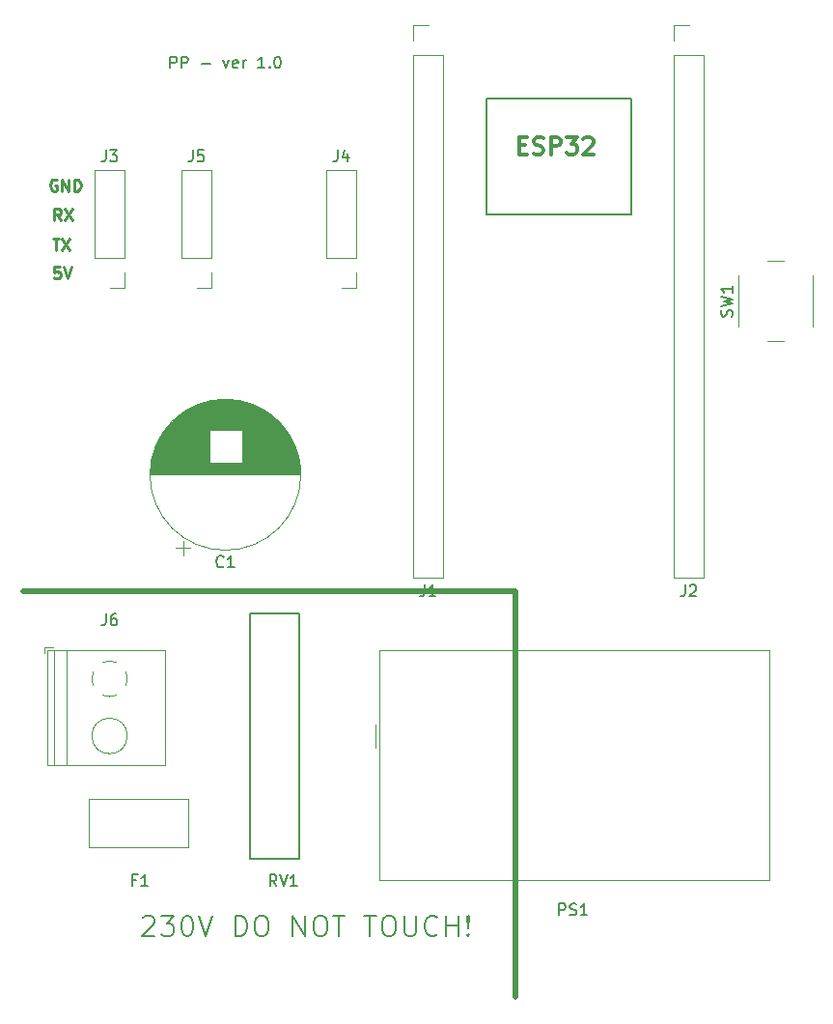
<source format=gbr>
%TF.GenerationSoftware,KiCad,Pcbnew,7.0.2*%
%TF.CreationDate,2023-04-25T22:23:20+02:00*%
%TF.ProjectId,em_schematic,656d5f73-6368-4656-9d61-7469632e6b69,rev?*%
%TF.SameCoordinates,Original*%
%TF.FileFunction,Legend,Top*%
%TF.FilePolarity,Positive*%
%FSLAX46Y46*%
G04 Gerber Fmt 4.6, Leading zero omitted, Abs format (unit mm)*
G04 Created by KiCad (PCBNEW 7.0.2) date 2023-04-25 22:23:20*
%MOMM*%
%LPD*%
G01*
G04 APERTURE LIST*
%ADD10C,0.200000*%
%ADD11C,0.500000*%
%ADD12C,0.250000*%
%ADD13C,0.300000*%
%ADD14C,0.150000*%
%ADD15C,0.120000*%
G04 APERTURE END LIST*
D10*
X132080000Y-78740000D02*
X144780000Y-78740000D01*
X144780000Y-88900000D01*
X132080000Y-88900000D01*
X132080000Y-78740000D01*
D11*
X91440000Y-121920000D02*
X134620000Y-121920000D01*
X134620000Y-121920000D02*
X134620000Y-157480000D01*
D12*
X94789523Y-89406674D02*
X94456190Y-88930483D01*
X94218095Y-89406674D02*
X94218095Y-88406674D01*
X94218095Y-88406674D02*
X94599047Y-88406674D01*
X94599047Y-88406674D02*
X94694285Y-88454293D01*
X94694285Y-88454293D02*
X94741904Y-88501912D01*
X94741904Y-88501912D02*
X94789523Y-88597150D01*
X94789523Y-88597150D02*
X94789523Y-88740007D01*
X94789523Y-88740007D02*
X94741904Y-88835245D01*
X94741904Y-88835245D02*
X94694285Y-88882864D01*
X94694285Y-88882864D02*
X94599047Y-88930483D01*
X94599047Y-88930483D02*
X94218095Y-88930483D01*
X95122857Y-88406674D02*
X95789523Y-89406674D01*
X95789523Y-88406674D02*
X95122857Y-89406674D01*
D13*
X134977142Y-82850714D02*
X135477142Y-82850714D01*
X135691428Y-83636428D02*
X134977142Y-83636428D01*
X134977142Y-83636428D02*
X134977142Y-82136428D01*
X134977142Y-82136428D02*
X135691428Y-82136428D01*
X136262857Y-83565000D02*
X136477143Y-83636428D01*
X136477143Y-83636428D02*
X136834285Y-83636428D01*
X136834285Y-83636428D02*
X136977143Y-83565000D01*
X136977143Y-83565000D02*
X137048571Y-83493571D01*
X137048571Y-83493571D02*
X137120000Y-83350714D01*
X137120000Y-83350714D02*
X137120000Y-83207857D01*
X137120000Y-83207857D02*
X137048571Y-83065000D01*
X137048571Y-83065000D02*
X136977143Y-82993571D01*
X136977143Y-82993571D02*
X136834285Y-82922142D01*
X136834285Y-82922142D02*
X136548571Y-82850714D01*
X136548571Y-82850714D02*
X136405714Y-82779285D01*
X136405714Y-82779285D02*
X136334285Y-82707857D01*
X136334285Y-82707857D02*
X136262857Y-82565000D01*
X136262857Y-82565000D02*
X136262857Y-82422142D01*
X136262857Y-82422142D02*
X136334285Y-82279285D01*
X136334285Y-82279285D02*
X136405714Y-82207857D01*
X136405714Y-82207857D02*
X136548571Y-82136428D01*
X136548571Y-82136428D02*
X136905714Y-82136428D01*
X136905714Y-82136428D02*
X137120000Y-82207857D01*
X137762856Y-83636428D02*
X137762856Y-82136428D01*
X137762856Y-82136428D02*
X138334285Y-82136428D01*
X138334285Y-82136428D02*
X138477142Y-82207857D01*
X138477142Y-82207857D02*
X138548571Y-82279285D01*
X138548571Y-82279285D02*
X138619999Y-82422142D01*
X138619999Y-82422142D02*
X138619999Y-82636428D01*
X138619999Y-82636428D02*
X138548571Y-82779285D01*
X138548571Y-82779285D02*
X138477142Y-82850714D01*
X138477142Y-82850714D02*
X138334285Y-82922142D01*
X138334285Y-82922142D02*
X137762856Y-82922142D01*
X139119999Y-82136428D02*
X140048571Y-82136428D01*
X140048571Y-82136428D02*
X139548571Y-82707857D01*
X139548571Y-82707857D02*
X139762856Y-82707857D01*
X139762856Y-82707857D02*
X139905714Y-82779285D01*
X139905714Y-82779285D02*
X139977142Y-82850714D01*
X139977142Y-82850714D02*
X140048571Y-82993571D01*
X140048571Y-82993571D02*
X140048571Y-83350714D01*
X140048571Y-83350714D02*
X139977142Y-83493571D01*
X139977142Y-83493571D02*
X139905714Y-83565000D01*
X139905714Y-83565000D02*
X139762856Y-83636428D01*
X139762856Y-83636428D02*
X139334285Y-83636428D01*
X139334285Y-83636428D02*
X139191428Y-83565000D01*
X139191428Y-83565000D02*
X139119999Y-83493571D01*
X140619999Y-82279285D02*
X140691427Y-82207857D01*
X140691427Y-82207857D02*
X140834285Y-82136428D01*
X140834285Y-82136428D02*
X141191427Y-82136428D01*
X141191427Y-82136428D02*
X141334285Y-82207857D01*
X141334285Y-82207857D02*
X141405713Y-82279285D01*
X141405713Y-82279285D02*
X141477142Y-82422142D01*
X141477142Y-82422142D02*
X141477142Y-82565000D01*
X141477142Y-82565000D02*
X141405713Y-82779285D01*
X141405713Y-82779285D02*
X140548570Y-83636428D01*
X140548570Y-83636428D02*
X141477142Y-83636428D01*
D12*
X94694285Y-93530186D02*
X94218095Y-93530186D01*
X94218095Y-93530186D02*
X94170476Y-94006376D01*
X94170476Y-94006376D02*
X94218095Y-93958757D01*
X94218095Y-93958757D02*
X94313333Y-93911138D01*
X94313333Y-93911138D02*
X94551428Y-93911138D01*
X94551428Y-93911138D02*
X94646666Y-93958757D01*
X94646666Y-93958757D02*
X94694285Y-94006376D01*
X94694285Y-94006376D02*
X94741904Y-94101614D01*
X94741904Y-94101614D02*
X94741904Y-94339709D01*
X94741904Y-94339709D02*
X94694285Y-94434947D01*
X94694285Y-94434947D02*
X94646666Y-94482567D01*
X94646666Y-94482567D02*
X94551428Y-94530186D01*
X94551428Y-94530186D02*
X94313333Y-94530186D01*
X94313333Y-94530186D02*
X94218095Y-94482567D01*
X94218095Y-94482567D02*
X94170476Y-94434947D01*
X95027619Y-93530186D02*
X95360952Y-94530186D01*
X95360952Y-94530186D02*
X95694285Y-93530186D01*
D10*
X101942857Y-150551142D02*
X102028571Y-150465428D01*
X102028571Y-150465428D02*
X102200000Y-150379714D01*
X102200000Y-150379714D02*
X102628571Y-150379714D01*
X102628571Y-150379714D02*
X102800000Y-150465428D01*
X102800000Y-150465428D02*
X102885714Y-150551142D01*
X102885714Y-150551142D02*
X102971428Y-150722571D01*
X102971428Y-150722571D02*
X102971428Y-150894000D01*
X102971428Y-150894000D02*
X102885714Y-151151142D01*
X102885714Y-151151142D02*
X101857142Y-152179714D01*
X101857142Y-152179714D02*
X102971428Y-152179714D01*
X103571428Y-150379714D02*
X104685714Y-150379714D01*
X104685714Y-150379714D02*
X104085714Y-151065428D01*
X104085714Y-151065428D02*
X104342857Y-151065428D01*
X104342857Y-151065428D02*
X104514286Y-151151142D01*
X104514286Y-151151142D02*
X104600000Y-151236857D01*
X104600000Y-151236857D02*
X104685714Y-151408285D01*
X104685714Y-151408285D02*
X104685714Y-151836857D01*
X104685714Y-151836857D02*
X104600000Y-152008285D01*
X104600000Y-152008285D02*
X104514286Y-152094000D01*
X104514286Y-152094000D02*
X104342857Y-152179714D01*
X104342857Y-152179714D02*
X103828571Y-152179714D01*
X103828571Y-152179714D02*
X103657143Y-152094000D01*
X103657143Y-152094000D02*
X103571428Y-152008285D01*
X105800000Y-150379714D02*
X105971429Y-150379714D01*
X105971429Y-150379714D02*
X106142857Y-150465428D01*
X106142857Y-150465428D02*
X106228572Y-150551142D01*
X106228572Y-150551142D02*
X106314286Y-150722571D01*
X106314286Y-150722571D02*
X106400000Y-151065428D01*
X106400000Y-151065428D02*
X106400000Y-151494000D01*
X106400000Y-151494000D02*
X106314286Y-151836857D01*
X106314286Y-151836857D02*
X106228572Y-152008285D01*
X106228572Y-152008285D02*
X106142857Y-152094000D01*
X106142857Y-152094000D02*
X105971429Y-152179714D01*
X105971429Y-152179714D02*
X105800000Y-152179714D01*
X105800000Y-152179714D02*
X105628572Y-152094000D01*
X105628572Y-152094000D02*
X105542857Y-152008285D01*
X105542857Y-152008285D02*
X105457143Y-151836857D01*
X105457143Y-151836857D02*
X105371429Y-151494000D01*
X105371429Y-151494000D02*
X105371429Y-151065428D01*
X105371429Y-151065428D02*
X105457143Y-150722571D01*
X105457143Y-150722571D02*
X105542857Y-150551142D01*
X105542857Y-150551142D02*
X105628572Y-150465428D01*
X105628572Y-150465428D02*
X105800000Y-150379714D01*
X106914286Y-150379714D02*
X107514286Y-152179714D01*
X107514286Y-152179714D02*
X108114286Y-150379714D01*
X110085715Y-152179714D02*
X110085715Y-150379714D01*
X110085715Y-150379714D02*
X110514286Y-150379714D01*
X110514286Y-150379714D02*
X110771429Y-150465428D01*
X110771429Y-150465428D02*
X110942858Y-150636857D01*
X110942858Y-150636857D02*
X111028572Y-150808285D01*
X111028572Y-150808285D02*
X111114286Y-151151142D01*
X111114286Y-151151142D02*
X111114286Y-151408285D01*
X111114286Y-151408285D02*
X111028572Y-151751142D01*
X111028572Y-151751142D02*
X110942858Y-151922571D01*
X110942858Y-151922571D02*
X110771429Y-152094000D01*
X110771429Y-152094000D02*
X110514286Y-152179714D01*
X110514286Y-152179714D02*
X110085715Y-152179714D01*
X112228572Y-150379714D02*
X112571429Y-150379714D01*
X112571429Y-150379714D02*
X112742858Y-150465428D01*
X112742858Y-150465428D02*
X112914286Y-150636857D01*
X112914286Y-150636857D02*
X113000001Y-150979714D01*
X113000001Y-150979714D02*
X113000001Y-151579714D01*
X113000001Y-151579714D02*
X112914286Y-151922571D01*
X112914286Y-151922571D02*
X112742858Y-152094000D01*
X112742858Y-152094000D02*
X112571429Y-152179714D01*
X112571429Y-152179714D02*
X112228572Y-152179714D01*
X112228572Y-152179714D02*
X112057144Y-152094000D01*
X112057144Y-152094000D02*
X111885715Y-151922571D01*
X111885715Y-151922571D02*
X111800001Y-151579714D01*
X111800001Y-151579714D02*
X111800001Y-150979714D01*
X111800001Y-150979714D02*
X111885715Y-150636857D01*
X111885715Y-150636857D02*
X112057144Y-150465428D01*
X112057144Y-150465428D02*
X112228572Y-150379714D01*
X115142858Y-152179714D02*
X115142858Y-150379714D01*
X115142858Y-150379714D02*
X116171429Y-152179714D01*
X116171429Y-152179714D02*
X116171429Y-150379714D01*
X117371429Y-150379714D02*
X117714286Y-150379714D01*
X117714286Y-150379714D02*
X117885715Y-150465428D01*
X117885715Y-150465428D02*
X118057143Y-150636857D01*
X118057143Y-150636857D02*
X118142858Y-150979714D01*
X118142858Y-150979714D02*
X118142858Y-151579714D01*
X118142858Y-151579714D02*
X118057143Y-151922571D01*
X118057143Y-151922571D02*
X117885715Y-152094000D01*
X117885715Y-152094000D02*
X117714286Y-152179714D01*
X117714286Y-152179714D02*
X117371429Y-152179714D01*
X117371429Y-152179714D02*
X117200001Y-152094000D01*
X117200001Y-152094000D02*
X117028572Y-151922571D01*
X117028572Y-151922571D02*
X116942858Y-151579714D01*
X116942858Y-151579714D02*
X116942858Y-150979714D01*
X116942858Y-150979714D02*
X117028572Y-150636857D01*
X117028572Y-150636857D02*
X117200001Y-150465428D01*
X117200001Y-150465428D02*
X117371429Y-150379714D01*
X118657143Y-150379714D02*
X119685715Y-150379714D01*
X119171429Y-152179714D02*
X119171429Y-150379714D01*
X121400001Y-150379714D02*
X122428573Y-150379714D01*
X121914287Y-152179714D02*
X121914287Y-150379714D01*
X123371430Y-150379714D02*
X123714287Y-150379714D01*
X123714287Y-150379714D02*
X123885716Y-150465428D01*
X123885716Y-150465428D02*
X124057144Y-150636857D01*
X124057144Y-150636857D02*
X124142859Y-150979714D01*
X124142859Y-150979714D02*
X124142859Y-151579714D01*
X124142859Y-151579714D02*
X124057144Y-151922571D01*
X124057144Y-151922571D02*
X123885716Y-152094000D01*
X123885716Y-152094000D02*
X123714287Y-152179714D01*
X123714287Y-152179714D02*
X123371430Y-152179714D01*
X123371430Y-152179714D02*
X123200002Y-152094000D01*
X123200002Y-152094000D02*
X123028573Y-151922571D01*
X123028573Y-151922571D02*
X122942859Y-151579714D01*
X122942859Y-151579714D02*
X122942859Y-150979714D01*
X122942859Y-150979714D02*
X123028573Y-150636857D01*
X123028573Y-150636857D02*
X123200002Y-150465428D01*
X123200002Y-150465428D02*
X123371430Y-150379714D01*
X124914287Y-150379714D02*
X124914287Y-151836857D01*
X124914287Y-151836857D02*
X125000001Y-152008285D01*
X125000001Y-152008285D02*
X125085716Y-152094000D01*
X125085716Y-152094000D02*
X125257144Y-152179714D01*
X125257144Y-152179714D02*
X125600001Y-152179714D01*
X125600001Y-152179714D02*
X125771430Y-152094000D01*
X125771430Y-152094000D02*
X125857144Y-152008285D01*
X125857144Y-152008285D02*
X125942858Y-151836857D01*
X125942858Y-151836857D02*
X125942858Y-150379714D01*
X127828572Y-152008285D02*
X127742858Y-152094000D01*
X127742858Y-152094000D02*
X127485715Y-152179714D01*
X127485715Y-152179714D02*
X127314287Y-152179714D01*
X127314287Y-152179714D02*
X127057144Y-152094000D01*
X127057144Y-152094000D02*
X126885715Y-151922571D01*
X126885715Y-151922571D02*
X126800001Y-151751142D01*
X126800001Y-151751142D02*
X126714287Y-151408285D01*
X126714287Y-151408285D02*
X126714287Y-151151142D01*
X126714287Y-151151142D02*
X126800001Y-150808285D01*
X126800001Y-150808285D02*
X126885715Y-150636857D01*
X126885715Y-150636857D02*
X127057144Y-150465428D01*
X127057144Y-150465428D02*
X127314287Y-150379714D01*
X127314287Y-150379714D02*
X127485715Y-150379714D01*
X127485715Y-150379714D02*
X127742858Y-150465428D01*
X127742858Y-150465428D02*
X127828572Y-150551142D01*
X128600001Y-152179714D02*
X128600001Y-150379714D01*
X128600001Y-151236857D02*
X129628572Y-151236857D01*
X129628572Y-152179714D02*
X129628572Y-150379714D01*
X130485715Y-152008285D02*
X130571429Y-152094000D01*
X130571429Y-152094000D02*
X130485715Y-152179714D01*
X130485715Y-152179714D02*
X130400001Y-152094000D01*
X130400001Y-152094000D02*
X130485715Y-152008285D01*
X130485715Y-152008285D02*
X130485715Y-152179714D01*
X130485715Y-151494000D02*
X130400001Y-150465428D01*
X130400001Y-150465428D02*
X130485715Y-150379714D01*
X130485715Y-150379714D02*
X130571429Y-150465428D01*
X130571429Y-150465428D02*
X130485715Y-151494000D01*
X130485715Y-151494000D02*
X130485715Y-150379714D01*
D14*
X104378095Y-76077619D02*
X104378095Y-75077619D01*
X104378095Y-75077619D02*
X104759047Y-75077619D01*
X104759047Y-75077619D02*
X104854285Y-75125238D01*
X104854285Y-75125238D02*
X104901904Y-75172857D01*
X104901904Y-75172857D02*
X104949523Y-75268095D01*
X104949523Y-75268095D02*
X104949523Y-75410952D01*
X104949523Y-75410952D02*
X104901904Y-75506190D01*
X104901904Y-75506190D02*
X104854285Y-75553809D01*
X104854285Y-75553809D02*
X104759047Y-75601428D01*
X104759047Y-75601428D02*
X104378095Y-75601428D01*
X105378095Y-76077619D02*
X105378095Y-75077619D01*
X105378095Y-75077619D02*
X105759047Y-75077619D01*
X105759047Y-75077619D02*
X105854285Y-75125238D01*
X105854285Y-75125238D02*
X105901904Y-75172857D01*
X105901904Y-75172857D02*
X105949523Y-75268095D01*
X105949523Y-75268095D02*
X105949523Y-75410952D01*
X105949523Y-75410952D02*
X105901904Y-75506190D01*
X105901904Y-75506190D02*
X105854285Y-75553809D01*
X105854285Y-75553809D02*
X105759047Y-75601428D01*
X105759047Y-75601428D02*
X105378095Y-75601428D01*
X107140000Y-75696666D02*
X107901905Y-75696666D01*
X109044762Y-75410952D02*
X109282857Y-76077619D01*
X109282857Y-76077619D02*
X109520952Y-75410952D01*
X110282857Y-76030000D02*
X110187619Y-76077619D01*
X110187619Y-76077619D02*
X109997143Y-76077619D01*
X109997143Y-76077619D02*
X109901905Y-76030000D01*
X109901905Y-76030000D02*
X109854286Y-75934761D01*
X109854286Y-75934761D02*
X109854286Y-75553809D01*
X109854286Y-75553809D02*
X109901905Y-75458571D01*
X109901905Y-75458571D02*
X109997143Y-75410952D01*
X109997143Y-75410952D02*
X110187619Y-75410952D01*
X110187619Y-75410952D02*
X110282857Y-75458571D01*
X110282857Y-75458571D02*
X110330476Y-75553809D01*
X110330476Y-75553809D02*
X110330476Y-75649047D01*
X110330476Y-75649047D02*
X109854286Y-75744285D01*
X110759048Y-76077619D02*
X110759048Y-75410952D01*
X110759048Y-75601428D02*
X110806667Y-75506190D01*
X110806667Y-75506190D02*
X110854286Y-75458571D01*
X110854286Y-75458571D02*
X110949524Y-75410952D01*
X110949524Y-75410952D02*
X111044762Y-75410952D01*
X112663810Y-76077619D02*
X112092382Y-76077619D01*
X112378096Y-76077619D02*
X112378096Y-75077619D01*
X112378096Y-75077619D02*
X112282858Y-75220476D01*
X112282858Y-75220476D02*
X112187620Y-75315714D01*
X112187620Y-75315714D02*
X112092382Y-75363333D01*
X113092382Y-75982380D02*
X113140001Y-76030000D01*
X113140001Y-76030000D02*
X113092382Y-76077619D01*
X113092382Y-76077619D02*
X113044763Y-76030000D01*
X113044763Y-76030000D02*
X113092382Y-75982380D01*
X113092382Y-75982380D02*
X113092382Y-76077619D01*
X113759048Y-75077619D02*
X113854286Y-75077619D01*
X113854286Y-75077619D02*
X113949524Y-75125238D01*
X113949524Y-75125238D02*
X113997143Y-75172857D01*
X113997143Y-75172857D02*
X114044762Y-75268095D01*
X114044762Y-75268095D02*
X114092381Y-75458571D01*
X114092381Y-75458571D02*
X114092381Y-75696666D01*
X114092381Y-75696666D02*
X114044762Y-75887142D01*
X114044762Y-75887142D02*
X113997143Y-75982380D01*
X113997143Y-75982380D02*
X113949524Y-76030000D01*
X113949524Y-76030000D02*
X113854286Y-76077619D01*
X113854286Y-76077619D02*
X113759048Y-76077619D01*
X113759048Y-76077619D02*
X113663810Y-76030000D01*
X113663810Y-76030000D02*
X113616191Y-75982380D01*
X113616191Y-75982380D02*
X113568572Y-75887142D01*
X113568572Y-75887142D02*
X113520953Y-75696666D01*
X113520953Y-75696666D02*
X113520953Y-75458571D01*
X113520953Y-75458571D02*
X113568572Y-75268095D01*
X113568572Y-75268095D02*
X113616191Y-75172857D01*
X113616191Y-75172857D02*
X113663810Y-75125238D01*
X113663810Y-75125238D02*
X113759048Y-75077619D01*
D12*
X94427376Y-85892538D02*
X94332138Y-85844919D01*
X94332138Y-85844919D02*
X94189281Y-85844919D01*
X94189281Y-85844919D02*
X94046424Y-85892538D01*
X94046424Y-85892538D02*
X93951186Y-85987776D01*
X93951186Y-85987776D02*
X93903567Y-86083014D01*
X93903567Y-86083014D02*
X93855948Y-86273490D01*
X93855948Y-86273490D02*
X93855948Y-86416347D01*
X93855948Y-86416347D02*
X93903567Y-86606823D01*
X93903567Y-86606823D02*
X93951186Y-86702061D01*
X93951186Y-86702061D02*
X94046424Y-86797300D01*
X94046424Y-86797300D02*
X94189281Y-86844919D01*
X94189281Y-86844919D02*
X94284519Y-86844919D01*
X94284519Y-86844919D02*
X94427376Y-86797300D01*
X94427376Y-86797300D02*
X94474995Y-86749680D01*
X94474995Y-86749680D02*
X94474995Y-86416347D01*
X94474995Y-86416347D02*
X94284519Y-86416347D01*
X94903567Y-86844919D02*
X94903567Y-85844919D01*
X94903567Y-85844919D02*
X95474995Y-86844919D01*
X95474995Y-86844919D02*
X95474995Y-85844919D01*
X95951186Y-86844919D02*
X95951186Y-85844919D01*
X95951186Y-85844919D02*
X96189281Y-85844919D01*
X96189281Y-85844919D02*
X96332138Y-85892538D01*
X96332138Y-85892538D02*
X96427376Y-85987776D01*
X96427376Y-85987776D02*
X96474995Y-86083014D01*
X96474995Y-86083014D02*
X96522614Y-86273490D01*
X96522614Y-86273490D02*
X96522614Y-86416347D01*
X96522614Y-86416347D02*
X96474995Y-86606823D01*
X96474995Y-86606823D02*
X96427376Y-86702061D01*
X96427376Y-86702061D02*
X96332138Y-86797300D01*
X96332138Y-86797300D02*
X96189281Y-86844919D01*
X96189281Y-86844919D02*
X95951186Y-86844919D01*
X94075238Y-91041623D02*
X94646666Y-91041623D01*
X94360952Y-92041623D02*
X94360952Y-91041623D01*
X94884762Y-91041623D02*
X95551428Y-92041623D01*
X95551428Y-91041623D02*
X94884762Y-92041623D01*
D14*
%TO.C,SW1*%
X153645000Y-97853332D02*
X153692619Y-97710475D01*
X153692619Y-97710475D02*
X153692619Y-97472380D01*
X153692619Y-97472380D02*
X153645000Y-97377142D01*
X153645000Y-97377142D02*
X153597380Y-97329523D01*
X153597380Y-97329523D02*
X153502142Y-97281904D01*
X153502142Y-97281904D02*
X153406904Y-97281904D01*
X153406904Y-97281904D02*
X153311666Y-97329523D01*
X153311666Y-97329523D02*
X153264047Y-97377142D01*
X153264047Y-97377142D02*
X153216428Y-97472380D01*
X153216428Y-97472380D02*
X153168809Y-97662856D01*
X153168809Y-97662856D02*
X153121190Y-97758094D01*
X153121190Y-97758094D02*
X153073571Y-97805713D01*
X153073571Y-97805713D02*
X152978333Y-97853332D01*
X152978333Y-97853332D02*
X152883095Y-97853332D01*
X152883095Y-97853332D02*
X152787857Y-97805713D01*
X152787857Y-97805713D02*
X152740238Y-97758094D01*
X152740238Y-97758094D02*
X152692619Y-97662856D01*
X152692619Y-97662856D02*
X152692619Y-97424761D01*
X152692619Y-97424761D02*
X152740238Y-97281904D01*
X152692619Y-96948570D02*
X153692619Y-96710475D01*
X153692619Y-96710475D02*
X152978333Y-96519999D01*
X152978333Y-96519999D02*
X153692619Y-96329523D01*
X153692619Y-96329523D02*
X152692619Y-96091428D01*
X153692619Y-95186666D02*
X153692619Y-95758094D01*
X153692619Y-95472380D02*
X152692619Y-95472380D01*
X152692619Y-95472380D02*
X152835476Y-95567618D01*
X152835476Y-95567618D02*
X152930714Y-95662856D01*
X152930714Y-95662856D02*
X152978333Y-95758094D01*
%TO.C,J6*%
X98726666Y-123922619D02*
X98726666Y-124636904D01*
X98726666Y-124636904D02*
X98679047Y-124779761D01*
X98679047Y-124779761D02*
X98583809Y-124875000D01*
X98583809Y-124875000D02*
X98440952Y-124922619D01*
X98440952Y-124922619D02*
X98345714Y-124922619D01*
X99631428Y-123922619D02*
X99440952Y-123922619D01*
X99440952Y-123922619D02*
X99345714Y-123970238D01*
X99345714Y-123970238D02*
X99298095Y-124017857D01*
X99298095Y-124017857D02*
X99202857Y-124160714D01*
X99202857Y-124160714D02*
X99155238Y-124351190D01*
X99155238Y-124351190D02*
X99155238Y-124732142D01*
X99155238Y-124732142D02*
X99202857Y-124827380D01*
X99202857Y-124827380D02*
X99250476Y-124875000D01*
X99250476Y-124875000D02*
X99345714Y-124922619D01*
X99345714Y-124922619D02*
X99536190Y-124922619D01*
X99536190Y-124922619D02*
X99631428Y-124875000D01*
X99631428Y-124875000D02*
X99679047Y-124827380D01*
X99679047Y-124827380D02*
X99726666Y-124732142D01*
X99726666Y-124732142D02*
X99726666Y-124494047D01*
X99726666Y-124494047D02*
X99679047Y-124398809D01*
X99679047Y-124398809D02*
X99631428Y-124351190D01*
X99631428Y-124351190D02*
X99536190Y-124303571D01*
X99536190Y-124303571D02*
X99345714Y-124303571D01*
X99345714Y-124303571D02*
X99250476Y-124351190D01*
X99250476Y-124351190D02*
X99202857Y-124398809D01*
X99202857Y-124398809D02*
X99155238Y-124494047D01*
%TO.C,RV1*%
X113704761Y-147782619D02*
X113371428Y-147306428D01*
X113133333Y-147782619D02*
X113133333Y-146782619D01*
X113133333Y-146782619D02*
X113514285Y-146782619D01*
X113514285Y-146782619D02*
X113609523Y-146830238D01*
X113609523Y-146830238D02*
X113657142Y-146877857D01*
X113657142Y-146877857D02*
X113704761Y-146973095D01*
X113704761Y-146973095D02*
X113704761Y-147115952D01*
X113704761Y-147115952D02*
X113657142Y-147211190D01*
X113657142Y-147211190D02*
X113609523Y-147258809D01*
X113609523Y-147258809D02*
X113514285Y-147306428D01*
X113514285Y-147306428D02*
X113133333Y-147306428D01*
X113990476Y-146782619D02*
X114323809Y-147782619D01*
X114323809Y-147782619D02*
X114657142Y-146782619D01*
X115514285Y-147782619D02*
X114942857Y-147782619D01*
X115228571Y-147782619D02*
X115228571Y-146782619D01*
X115228571Y-146782619D02*
X115133333Y-146925476D01*
X115133333Y-146925476D02*
X115038095Y-147020714D01*
X115038095Y-147020714D02*
X114942857Y-147068333D01*
%TO.C,J4*%
X119046666Y-83282619D02*
X119046666Y-83996904D01*
X119046666Y-83996904D02*
X118999047Y-84139761D01*
X118999047Y-84139761D02*
X118903809Y-84235000D01*
X118903809Y-84235000D02*
X118760952Y-84282619D01*
X118760952Y-84282619D02*
X118665714Y-84282619D01*
X119951428Y-83615952D02*
X119951428Y-84282619D01*
X119713333Y-83235000D02*
X119475238Y-83949285D01*
X119475238Y-83949285D02*
X120094285Y-83949285D01*
%TO.C,J5*%
X106346666Y-83282619D02*
X106346666Y-83996904D01*
X106346666Y-83996904D02*
X106299047Y-84139761D01*
X106299047Y-84139761D02*
X106203809Y-84235000D01*
X106203809Y-84235000D02*
X106060952Y-84282619D01*
X106060952Y-84282619D02*
X105965714Y-84282619D01*
X107299047Y-83282619D02*
X106822857Y-83282619D01*
X106822857Y-83282619D02*
X106775238Y-83758809D01*
X106775238Y-83758809D02*
X106822857Y-83711190D01*
X106822857Y-83711190D02*
X106918095Y-83663571D01*
X106918095Y-83663571D02*
X107156190Y-83663571D01*
X107156190Y-83663571D02*
X107251428Y-83711190D01*
X107251428Y-83711190D02*
X107299047Y-83758809D01*
X107299047Y-83758809D02*
X107346666Y-83854047D01*
X107346666Y-83854047D02*
X107346666Y-84092142D01*
X107346666Y-84092142D02*
X107299047Y-84187380D01*
X107299047Y-84187380D02*
X107251428Y-84235000D01*
X107251428Y-84235000D02*
X107156190Y-84282619D01*
X107156190Y-84282619D02*
X106918095Y-84282619D01*
X106918095Y-84282619D02*
X106822857Y-84235000D01*
X106822857Y-84235000D02*
X106775238Y-84187380D01*
%TO.C,J2*%
X149526666Y-121382619D02*
X149526666Y-122096904D01*
X149526666Y-122096904D02*
X149479047Y-122239761D01*
X149479047Y-122239761D02*
X149383809Y-122335000D01*
X149383809Y-122335000D02*
X149240952Y-122382619D01*
X149240952Y-122382619D02*
X149145714Y-122382619D01*
X149955238Y-121477857D02*
X150002857Y-121430238D01*
X150002857Y-121430238D02*
X150098095Y-121382619D01*
X150098095Y-121382619D02*
X150336190Y-121382619D01*
X150336190Y-121382619D02*
X150431428Y-121430238D01*
X150431428Y-121430238D02*
X150479047Y-121477857D01*
X150479047Y-121477857D02*
X150526666Y-121573095D01*
X150526666Y-121573095D02*
X150526666Y-121668333D01*
X150526666Y-121668333D02*
X150479047Y-121811190D01*
X150479047Y-121811190D02*
X149907619Y-122382619D01*
X149907619Y-122382619D02*
X150526666Y-122382619D01*
%TO.C,J1*%
X126666666Y-121382619D02*
X126666666Y-122096904D01*
X126666666Y-122096904D02*
X126619047Y-122239761D01*
X126619047Y-122239761D02*
X126523809Y-122335000D01*
X126523809Y-122335000D02*
X126380952Y-122382619D01*
X126380952Y-122382619D02*
X126285714Y-122382619D01*
X127666666Y-122382619D02*
X127095238Y-122382619D01*
X127380952Y-122382619D02*
X127380952Y-121382619D01*
X127380952Y-121382619D02*
X127285714Y-121525476D01*
X127285714Y-121525476D02*
X127190476Y-121620714D01*
X127190476Y-121620714D02*
X127095238Y-121668333D01*
%TO.C,C1*%
X109053333Y-119747380D02*
X109005714Y-119795000D01*
X109005714Y-119795000D02*
X108862857Y-119842619D01*
X108862857Y-119842619D02*
X108767619Y-119842619D01*
X108767619Y-119842619D02*
X108624762Y-119795000D01*
X108624762Y-119795000D02*
X108529524Y-119699761D01*
X108529524Y-119699761D02*
X108481905Y-119604523D01*
X108481905Y-119604523D02*
X108434286Y-119414047D01*
X108434286Y-119414047D02*
X108434286Y-119271190D01*
X108434286Y-119271190D02*
X108481905Y-119080714D01*
X108481905Y-119080714D02*
X108529524Y-118985476D01*
X108529524Y-118985476D02*
X108624762Y-118890238D01*
X108624762Y-118890238D02*
X108767619Y-118842619D01*
X108767619Y-118842619D02*
X108862857Y-118842619D01*
X108862857Y-118842619D02*
X109005714Y-118890238D01*
X109005714Y-118890238D02*
X109053333Y-118937857D01*
X110005714Y-119842619D02*
X109434286Y-119842619D01*
X109720000Y-119842619D02*
X109720000Y-118842619D01*
X109720000Y-118842619D02*
X109624762Y-118985476D01*
X109624762Y-118985476D02*
X109529524Y-119080714D01*
X109529524Y-119080714D02*
X109434286Y-119128333D01*
%TO.C,F1*%
X101376666Y-147258809D02*
X101043333Y-147258809D01*
X101043333Y-147782619D02*
X101043333Y-146782619D01*
X101043333Y-146782619D02*
X101519523Y-146782619D01*
X102424285Y-147782619D02*
X101852857Y-147782619D01*
X102138571Y-147782619D02*
X102138571Y-146782619D01*
X102138571Y-146782619D02*
X102043333Y-146925476D01*
X102043333Y-146925476D02*
X101948095Y-147020714D01*
X101948095Y-147020714D02*
X101852857Y-147068333D01*
%TO.C,J3*%
X98726666Y-83282619D02*
X98726666Y-83996904D01*
X98726666Y-83996904D02*
X98679047Y-84139761D01*
X98679047Y-84139761D02*
X98583809Y-84235000D01*
X98583809Y-84235000D02*
X98440952Y-84282619D01*
X98440952Y-84282619D02*
X98345714Y-84282619D01*
X99107619Y-83282619D02*
X99726666Y-83282619D01*
X99726666Y-83282619D02*
X99393333Y-83663571D01*
X99393333Y-83663571D02*
X99536190Y-83663571D01*
X99536190Y-83663571D02*
X99631428Y-83711190D01*
X99631428Y-83711190D02*
X99679047Y-83758809D01*
X99679047Y-83758809D02*
X99726666Y-83854047D01*
X99726666Y-83854047D02*
X99726666Y-84092142D01*
X99726666Y-84092142D02*
X99679047Y-84187380D01*
X99679047Y-84187380D02*
X99631428Y-84235000D01*
X99631428Y-84235000D02*
X99536190Y-84282619D01*
X99536190Y-84282619D02*
X99250476Y-84282619D01*
X99250476Y-84282619D02*
X99155238Y-84235000D01*
X99155238Y-84235000D02*
X99107619Y-84187380D01*
%TO.C,PS1*%
X138485714Y-150322619D02*
X138485714Y-149322619D01*
X138485714Y-149322619D02*
X138866666Y-149322619D01*
X138866666Y-149322619D02*
X138961904Y-149370238D01*
X138961904Y-149370238D02*
X139009523Y-149417857D01*
X139009523Y-149417857D02*
X139057142Y-149513095D01*
X139057142Y-149513095D02*
X139057142Y-149655952D01*
X139057142Y-149655952D02*
X139009523Y-149751190D01*
X139009523Y-149751190D02*
X138961904Y-149798809D01*
X138961904Y-149798809D02*
X138866666Y-149846428D01*
X138866666Y-149846428D02*
X138485714Y-149846428D01*
X139438095Y-150275000D02*
X139580952Y-150322619D01*
X139580952Y-150322619D02*
X139819047Y-150322619D01*
X139819047Y-150322619D02*
X139914285Y-150275000D01*
X139914285Y-150275000D02*
X139961904Y-150227380D01*
X139961904Y-150227380D02*
X140009523Y-150132142D01*
X140009523Y-150132142D02*
X140009523Y-150036904D01*
X140009523Y-150036904D02*
X139961904Y-149941666D01*
X139961904Y-149941666D02*
X139914285Y-149894047D01*
X139914285Y-149894047D02*
X139819047Y-149846428D01*
X139819047Y-149846428D02*
X139628571Y-149798809D01*
X139628571Y-149798809D02*
X139533333Y-149751190D01*
X139533333Y-149751190D02*
X139485714Y-149703571D01*
X139485714Y-149703571D02*
X139438095Y-149608333D01*
X139438095Y-149608333D02*
X139438095Y-149513095D01*
X139438095Y-149513095D02*
X139485714Y-149417857D01*
X139485714Y-149417857D02*
X139533333Y-149370238D01*
X139533333Y-149370238D02*
X139628571Y-149322619D01*
X139628571Y-149322619D02*
X139866666Y-149322619D01*
X139866666Y-149322619D02*
X140009523Y-149370238D01*
X140961904Y-150322619D02*
X140390476Y-150322619D01*
X140676190Y-150322619D02*
X140676190Y-149322619D01*
X140676190Y-149322619D02*
X140580952Y-149465476D01*
X140580952Y-149465476D02*
X140485714Y-149560714D01*
X140485714Y-149560714D02*
X140390476Y-149608333D01*
D15*
%TO.C,SW1*%
X154230000Y-94270000D02*
X154230000Y-98770000D01*
X160730000Y-98770000D02*
X160730000Y-94270000D01*
X158230000Y-93020000D02*
X156730000Y-93020000D01*
X156730000Y-100020000D02*
X158230000Y-100020000D01*
%TO.C,J6*%
X94100000Y-126820000D02*
X93360000Y-126820000D01*
X93360000Y-126820000D02*
X93360000Y-127320000D01*
X103920000Y-127060000D02*
X93600000Y-127060000D01*
X103920000Y-127060000D02*
X103920000Y-137180000D01*
X95260000Y-127060000D02*
X95260000Y-137180000D01*
X94160000Y-127060000D02*
X94160000Y-137180000D01*
X93600000Y-127060000D02*
X93600000Y-137180000D01*
X103920000Y-137180000D02*
X93600000Y-137180000D01*
X99668000Y-128188000D02*
G75*
G03*
X98452258Y-128187891I-608000J-1432000D01*
G01*
X100492000Y-130228000D02*
G75*
G03*
X100492109Y-129012258I-1432000J608000D01*
G01*
X97628001Y-129012000D02*
G75*
G03*
X97504508Y-129647011I1431987J-607998D01*
G01*
X97505001Y-129620000D02*
G75*
G03*
X97628616Y-130227587I1554999J0D01*
G01*
X98452000Y-131052000D02*
G75*
G03*
X99667742Y-131052109I607999J1432003D01*
G01*
X100615000Y-134620000D02*
G75*
G03*
X100615000Y-134620000I-1555000J0D01*
G01*
D14*
%TO.C,RV1*%
X115700000Y-123870000D02*
X111400000Y-123870000D01*
X115700000Y-123870000D02*
X115700000Y-145370000D01*
X111400000Y-123870000D02*
X111400000Y-145370000D01*
X115700000Y-145370000D02*
X111400000Y-145370000D01*
D15*
%TO.C,J4*%
X120710000Y-95310000D02*
X119380000Y-95310000D01*
X120710000Y-93980000D02*
X120710000Y-95310000D01*
X120710000Y-92710000D02*
X120710000Y-85030000D01*
X120710000Y-92710000D02*
X118050000Y-92710000D01*
X120710000Y-85030000D02*
X118050000Y-85030000D01*
X118050000Y-92710000D02*
X118050000Y-85030000D01*
%TO.C,J5*%
X108010000Y-95310000D02*
X106680000Y-95310000D01*
X108010000Y-93980000D02*
X108010000Y-95310000D01*
X108010000Y-92710000D02*
X108010000Y-85030000D01*
X108010000Y-92710000D02*
X105350000Y-92710000D01*
X108010000Y-85030000D02*
X105350000Y-85030000D01*
X105350000Y-92710000D02*
X105350000Y-85030000D01*
%TO.C,J2*%
X148530000Y-72330000D02*
X149860000Y-72330000D01*
X148530000Y-73660000D02*
X148530000Y-72330000D01*
X148530000Y-74930000D02*
X148530000Y-120710000D01*
X148530000Y-74930000D02*
X151190000Y-74930000D01*
X148530000Y-120710000D02*
X151190000Y-120710000D01*
X151190000Y-74930000D02*
X151190000Y-120710000D01*
%TO.C,J1*%
X125670000Y-72330000D02*
X127000000Y-72330000D01*
X125670000Y-73660000D02*
X125670000Y-72330000D01*
X125670000Y-74930000D02*
X125670000Y-120710000D01*
X125670000Y-74930000D02*
X128330000Y-74930000D01*
X125670000Y-120710000D02*
X128330000Y-120710000D01*
X128330000Y-74930000D02*
X128330000Y-120710000D01*
%TO.C,C1*%
X105505000Y-118804569D02*
X105505000Y-117504569D01*
X104855000Y-118154569D02*
X106155000Y-118154569D01*
X102640000Y-111720000D02*
X115800000Y-111720000D01*
X102640000Y-111680000D02*
X115800000Y-111680000D01*
X102640000Y-111640000D02*
X115800000Y-111640000D01*
X102641000Y-111600000D02*
X115799000Y-111600000D01*
X102641000Y-111560000D02*
X115799000Y-111560000D01*
X102643000Y-111520000D02*
X115797000Y-111520000D01*
X102644000Y-111480000D02*
X115796000Y-111480000D01*
X102645000Y-111440000D02*
X115795000Y-111440000D01*
X102647000Y-111400000D02*
X115793000Y-111400000D01*
X102649000Y-111360000D02*
X115791000Y-111360000D01*
X102652000Y-111320000D02*
X115788000Y-111320000D01*
X102654000Y-111280000D02*
X115786000Y-111280000D01*
X102657000Y-111240000D02*
X115783000Y-111240000D01*
X102660000Y-111200000D02*
X115780000Y-111200000D01*
X102663000Y-111160000D02*
X115777000Y-111160000D01*
X102667000Y-111120000D02*
X115773000Y-111120000D01*
X102671000Y-111080000D02*
X115769000Y-111080000D01*
X102675000Y-111040000D02*
X115765000Y-111040000D01*
X102679000Y-110999000D02*
X115761000Y-110999000D01*
X102683000Y-110959000D02*
X115757000Y-110959000D01*
X102688000Y-110919000D02*
X115752000Y-110919000D01*
X102693000Y-110879000D02*
X115747000Y-110879000D01*
X102698000Y-110839000D02*
X115742000Y-110839000D01*
X102704000Y-110799000D02*
X115736000Y-110799000D01*
X102709000Y-110759000D02*
X115731000Y-110759000D01*
X102715000Y-110719000D02*
X115725000Y-110719000D01*
X102722000Y-110679000D02*
X115718000Y-110679000D01*
X102728000Y-110639000D02*
X107780000Y-110639000D01*
X110660000Y-110639000D02*
X115712000Y-110639000D01*
X102735000Y-110599000D02*
X107780000Y-110599000D01*
X110660000Y-110599000D02*
X115705000Y-110599000D01*
X102742000Y-110559000D02*
X107780000Y-110559000D01*
X110660000Y-110559000D02*
X115698000Y-110559000D01*
X102749000Y-110519000D02*
X107780000Y-110519000D01*
X110660000Y-110519000D02*
X115691000Y-110519000D01*
X102757000Y-110479000D02*
X107780000Y-110479000D01*
X110660000Y-110479000D02*
X115683000Y-110479000D01*
X102764000Y-110439000D02*
X107780000Y-110439000D01*
X110660000Y-110439000D02*
X115676000Y-110439000D01*
X102772000Y-110399000D02*
X107780000Y-110399000D01*
X110660000Y-110399000D02*
X115668000Y-110399000D01*
X102781000Y-110359000D02*
X107780000Y-110359000D01*
X110660000Y-110359000D02*
X115659000Y-110359000D01*
X102789000Y-110319000D02*
X107780000Y-110319000D01*
X110660000Y-110319000D02*
X115651000Y-110319000D01*
X102798000Y-110279000D02*
X107780000Y-110279000D01*
X110660000Y-110279000D02*
X115642000Y-110279000D01*
X102807000Y-110239000D02*
X107780000Y-110239000D01*
X110660000Y-110239000D02*
X115633000Y-110239000D01*
X102816000Y-110199000D02*
X107780000Y-110199000D01*
X110660000Y-110199000D02*
X115624000Y-110199000D01*
X102826000Y-110159000D02*
X107780000Y-110159000D01*
X110660000Y-110159000D02*
X115614000Y-110159000D01*
X102836000Y-110119000D02*
X107780000Y-110119000D01*
X110660000Y-110119000D02*
X115604000Y-110119000D01*
X102846000Y-110079000D02*
X107780000Y-110079000D01*
X110660000Y-110079000D02*
X115594000Y-110079000D01*
X102856000Y-110039000D02*
X107780000Y-110039000D01*
X110660000Y-110039000D02*
X115584000Y-110039000D01*
X102867000Y-109999000D02*
X107780000Y-109999000D01*
X110660000Y-109999000D02*
X115573000Y-109999000D01*
X102878000Y-109959000D02*
X107780000Y-109959000D01*
X110660000Y-109959000D02*
X115562000Y-109959000D01*
X102889000Y-109919000D02*
X107780000Y-109919000D01*
X110660000Y-109919000D02*
X115551000Y-109919000D01*
X102900000Y-109879000D02*
X107780000Y-109879000D01*
X110660000Y-109879000D02*
X115540000Y-109879000D01*
X102912000Y-109839000D02*
X107780000Y-109839000D01*
X110660000Y-109839000D02*
X115528000Y-109839000D01*
X102924000Y-109799000D02*
X107780000Y-109799000D01*
X110660000Y-109799000D02*
X115516000Y-109799000D01*
X102936000Y-109759000D02*
X107780000Y-109759000D01*
X110660000Y-109759000D02*
X115504000Y-109759000D01*
X102949000Y-109719000D02*
X107780000Y-109719000D01*
X110660000Y-109719000D02*
X115491000Y-109719000D01*
X102962000Y-109679000D02*
X107780000Y-109679000D01*
X110660000Y-109679000D02*
X115478000Y-109679000D01*
X102975000Y-109639000D02*
X107780000Y-109639000D01*
X110660000Y-109639000D02*
X115465000Y-109639000D01*
X102988000Y-109599000D02*
X107780000Y-109599000D01*
X110660000Y-109599000D02*
X115452000Y-109599000D01*
X103002000Y-109559000D02*
X107780000Y-109559000D01*
X110660000Y-109559000D02*
X115438000Y-109559000D01*
X103016000Y-109519000D02*
X107780000Y-109519000D01*
X110660000Y-109519000D02*
X115424000Y-109519000D01*
X103030000Y-109479000D02*
X107780000Y-109479000D01*
X110660000Y-109479000D02*
X115410000Y-109479000D01*
X103045000Y-109439000D02*
X107780000Y-109439000D01*
X110660000Y-109439000D02*
X115395000Y-109439000D01*
X103059000Y-109399000D02*
X107780000Y-109399000D01*
X110660000Y-109399000D02*
X115381000Y-109399000D01*
X103074000Y-109359000D02*
X107780000Y-109359000D01*
X110660000Y-109359000D02*
X115366000Y-109359000D01*
X103090000Y-109319000D02*
X107780000Y-109319000D01*
X110660000Y-109319000D02*
X115350000Y-109319000D01*
X103106000Y-109279000D02*
X107780000Y-109279000D01*
X110660000Y-109279000D02*
X115334000Y-109279000D01*
X103122000Y-109239000D02*
X107780000Y-109239000D01*
X110660000Y-109239000D02*
X115318000Y-109239000D01*
X103138000Y-109199000D02*
X107780000Y-109199000D01*
X110660000Y-109199000D02*
X115302000Y-109199000D01*
X103155000Y-109159000D02*
X107780000Y-109159000D01*
X110660000Y-109159000D02*
X115285000Y-109159000D01*
X103171000Y-109119000D02*
X107780000Y-109119000D01*
X110660000Y-109119000D02*
X115269000Y-109119000D01*
X103189000Y-109079000D02*
X107780000Y-109079000D01*
X110660000Y-109079000D02*
X115251000Y-109079000D01*
X103206000Y-109039000D02*
X107780000Y-109039000D01*
X110660000Y-109039000D02*
X115234000Y-109039000D01*
X103224000Y-108999000D02*
X107780000Y-108999000D01*
X110660000Y-108999000D02*
X115216000Y-108999000D01*
X103242000Y-108959000D02*
X107780000Y-108959000D01*
X110660000Y-108959000D02*
X115198000Y-108959000D01*
X103261000Y-108919000D02*
X107780000Y-108919000D01*
X110660000Y-108919000D02*
X115179000Y-108919000D01*
X103280000Y-108879000D02*
X107780000Y-108879000D01*
X110660000Y-108879000D02*
X115160000Y-108879000D01*
X103299000Y-108839000D02*
X107780000Y-108839000D01*
X110660000Y-108839000D02*
X115141000Y-108839000D01*
X103318000Y-108799000D02*
X107780000Y-108799000D01*
X110660000Y-108799000D02*
X115122000Y-108799000D01*
X103338000Y-108759000D02*
X107780000Y-108759000D01*
X110660000Y-108759000D02*
X115102000Y-108759000D01*
X103358000Y-108719000D02*
X107780000Y-108719000D01*
X110660000Y-108719000D02*
X115082000Y-108719000D01*
X103379000Y-108679000D02*
X107780000Y-108679000D01*
X110660000Y-108679000D02*
X115061000Y-108679000D01*
X103400000Y-108639000D02*
X107780000Y-108639000D01*
X110660000Y-108639000D02*
X115040000Y-108639000D01*
X103421000Y-108599000D02*
X107780000Y-108599000D01*
X110660000Y-108599000D02*
X115019000Y-108599000D01*
X103442000Y-108559000D02*
X107780000Y-108559000D01*
X110660000Y-108559000D02*
X114998000Y-108559000D01*
X103464000Y-108519000D02*
X107780000Y-108519000D01*
X110660000Y-108519000D02*
X114976000Y-108519000D01*
X103487000Y-108479000D02*
X107780000Y-108479000D01*
X110660000Y-108479000D02*
X114953000Y-108479000D01*
X103509000Y-108439000D02*
X107780000Y-108439000D01*
X110660000Y-108439000D02*
X114931000Y-108439000D01*
X103532000Y-108399000D02*
X107780000Y-108399000D01*
X110660000Y-108399000D02*
X114908000Y-108399000D01*
X103556000Y-108359000D02*
X107780000Y-108359000D01*
X110660000Y-108359000D02*
X114884000Y-108359000D01*
X103579000Y-108319000D02*
X107780000Y-108319000D01*
X110660000Y-108319000D02*
X114861000Y-108319000D01*
X103603000Y-108279000D02*
X107780000Y-108279000D01*
X110660000Y-108279000D02*
X114837000Y-108279000D01*
X103628000Y-108239000D02*
X107780000Y-108239000D01*
X110660000Y-108239000D02*
X114812000Y-108239000D01*
X103653000Y-108199000D02*
X107780000Y-108199000D01*
X110660000Y-108199000D02*
X114787000Y-108199000D01*
X103678000Y-108159000D02*
X107780000Y-108159000D01*
X110660000Y-108159000D02*
X114762000Y-108159000D01*
X103704000Y-108119000D02*
X107780000Y-108119000D01*
X110660000Y-108119000D02*
X114736000Y-108119000D01*
X103730000Y-108079000D02*
X107780000Y-108079000D01*
X110660000Y-108079000D02*
X114710000Y-108079000D01*
X103757000Y-108039000D02*
X107780000Y-108039000D01*
X110660000Y-108039000D02*
X114683000Y-108039000D01*
X103784000Y-107999000D02*
X107780000Y-107999000D01*
X110660000Y-107999000D02*
X114656000Y-107999000D01*
X103811000Y-107959000D02*
X107780000Y-107959000D01*
X110660000Y-107959000D02*
X114629000Y-107959000D01*
X103839000Y-107919000D02*
X107780000Y-107919000D01*
X110660000Y-107919000D02*
X114601000Y-107919000D01*
X103867000Y-107879000D02*
X107780000Y-107879000D01*
X110660000Y-107879000D02*
X114573000Y-107879000D01*
X103896000Y-107839000D02*
X107780000Y-107839000D01*
X110660000Y-107839000D02*
X114544000Y-107839000D01*
X103925000Y-107799000D02*
X107780000Y-107799000D01*
X110660000Y-107799000D02*
X114515000Y-107799000D01*
X103955000Y-107759000D02*
X114485000Y-107759000D01*
X103985000Y-107719000D02*
X114455000Y-107719000D01*
X104015000Y-107679000D02*
X114425000Y-107679000D01*
X104046000Y-107639000D02*
X114394000Y-107639000D01*
X104078000Y-107599000D02*
X114362000Y-107599000D01*
X104110000Y-107559000D02*
X114330000Y-107559000D01*
X104142000Y-107519000D02*
X114298000Y-107519000D01*
X104176000Y-107479000D02*
X114264000Y-107479000D01*
X104209000Y-107439000D02*
X114231000Y-107439000D01*
X104243000Y-107399000D02*
X114197000Y-107399000D01*
X104278000Y-107359000D02*
X114162000Y-107359000D01*
X104313000Y-107319000D02*
X114127000Y-107319000D01*
X104349000Y-107279000D02*
X114091000Y-107279000D01*
X104386000Y-107239000D02*
X114054000Y-107239000D01*
X104423000Y-107199000D02*
X114017000Y-107199000D01*
X104460000Y-107159000D02*
X113980000Y-107159000D01*
X104499000Y-107119000D02*
X113941000Y-107119000D01*
X104538000Y-107079000D02*
X113902000Y-107079000D01*
X104577000Y-107039000D02*
X113863000Y-107039000D01*
X104618000Y-106999000D02*
X113822000Y-106999000D01*
X104659000Y-106959000D02*
X113781000Y-106959000D01*
X104701000Y-106919000D02*
X113739000Y-106919000D01*
X104743000Y-106879000D02*
X113697000Y-106879000D01*
X104786000Y-106839000D02*
X113654000Y-106839000D01*
X104830000Y-106799000D02*
X113610000Y-106799000D01*
X104875000Y-106759000D02*
X113565000Y-106759000D01*
X104921000Y-106719000D02*
X113519000Y-106719000D01*
X104967000Y-106679000D02*
X113473000Y-106679000D01*
X105015000Y-106639000D02*
X113425000Y-106639000D01*
X105063000Y-106599000D02*
X113377000Y-106599000D01*
X105112000Y-106559000D02*
X113328000Y-106559000D01*
X105163000Y-106519000D02*
X113277000Y-106519000D01*
X105214000Y-106479000D02*
X113226000Y-106479000D01*
X105266000Y-106439000D02*
X113174000Y-106439000D01*
X105320000Y-106399000D02*
X113120000Y-106399000D01*
X105374000Y-106359000D02*
X113066000Y-106359000D01*
X105430000Y-106319000D02*
X113010000Y-106319000D01*
X105487000Y-106279000D02*
X112953000Y-106279000D01*
X105545000Y-106239000D02*
X112895000Y-106239000D01*
X105605000Y-106199000D02*
X112835000Y-106199000D01*
X105666000Y-106159000D02*
X112774000Y-106159000D01*
X105729000Y-106119000D02*
X112711000Y-106119000D01*
X105793000Y-106079000D02*
X112647000Y-106079000D01*
X105859000Y-106039000D02*
X112581000Y-106039000D01*
X105927000Y-105999000D02*
X112513000Y-105999000D01*
X105997000Y-105959000D02*
X112443000Y-105959000D01*
X106068000Y-105919000D02*
X112372000Y-105919000D01*
X106142000Y-105879000D02*
X112298000Y-105879000D01*
X106218000Y-105839000D02*
X112222000Y-105839000D01*
X106297000Y-105799000D02*
X112143000Y-105799000D01*
X106378000Y-105759000D02*
X112062000Y-105759000D01*
X106462000Y-105719000D02*
X111978000Y-105719000D01*
X106550000Y-105679000D02*
X111890000Y-105679000D01*
X106641000Y-105639000D02*
X111799000Y-105639000D01*
X106736000Y-105599000D02*
X111704000Y-105599000D01*
X106835000Y-105559000D02*
X111605000Y-105559000D01*
X106939000Y-105519000D02*
X111501000Y-105519000D01*
X107049000Y-105479000D02*
X111391000Y-105479000D01*
X107165000Y-105439000D02*
X111275000Y-105439000D01*
X107289000Y-105399000D02*
X111151000Y-105399000D01*
X107422000Y-105359000D02*
X111018000Y-105359000D01*
X107567000Y-105319000D02*
X110873000Y-105319000D01*
X107726000Y-105279000D02*
X110714000Y-105279000D01*
X107905000Y-105239000D02*
X110535000Y-105239000D01*
X108113000Y-105199000D02*
X110327000Y-105199000D01*
X108370000Y-105159000D02*
X110070000Y-105159000D01*
X108745000Y-105119000D02*
X109695000Y-105119000D01*
X115840000Y-111720000D02*
G75*
G03*
X115840000Y-111720000I-6620000J0D01*
G01*
%TO.C,F1*%
X97230000Y-140110000D02*
X97230000Y-144350000D01*
X97230000Y-140110000D02*
X105970000Y-140110000D01*
X105970000Y-144350000D02*
X97230000Y-144350000D01*
X105970000Y-144350000D02*
X105970000Y-140110000D01*
%TO.C,J3*%
X100390000Y-95310000D02*
X99060000Y-95310000D01*
X100390000Y-93980000D02*
X100390000Y-95310000D01*
X100390000Y-92710000D02*
X100390000Y-85030000D01*
X100390000Y-92710000D02*
X97730000Y-92710000D01*
X100390000Y-85030000D02*
X97730000Y-85030000D01*
X97730000Y-92710000D02*
X97730000Y-85030000D01*
%TO.C,PS1*%
X122347500Y-133660000D02*
X122347500Y-135670000D01*
X122737500Y-127060000D02*
X122737500Y-147260000D01*
X122737500Y-147260000D02*
X156937500Y-147260000D01*
X156937500Y-127060000D02*
X122737500Y-127060000D01*
X156937500Y-147260000D02*
X156937500Y-127060000D01*
%TD*%
M02*

</source>
